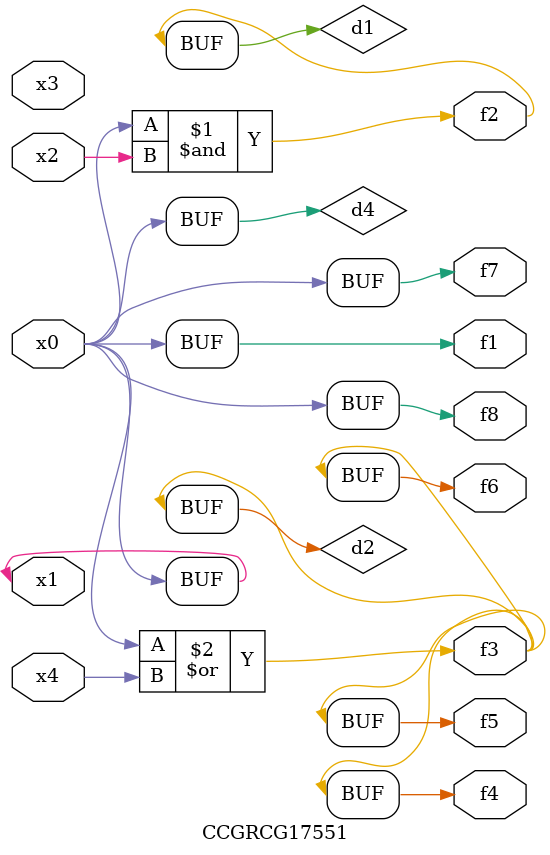
<source format=v>
module CCGRCG17551(
	input x0, x1, x2, x3, x4,
	output f1, f2, f3, f4, f5, f6, f7, f8
);

	wire d1, d2, d3, d4;

	and (d1, x0, x2);
	or (d2, x0, x4);
	nand (d3, x0, x2);
	buf (d4, x0, x1);
	assign f1 = d4;
	assign f2 = d1;
	assign f3 = d2;
	assign f4 = d2;
	assign f5 = d2;
	assign f6 = d2;
	assign f7 = d4;
	assign f8 = d4;
endmodule

</source>
